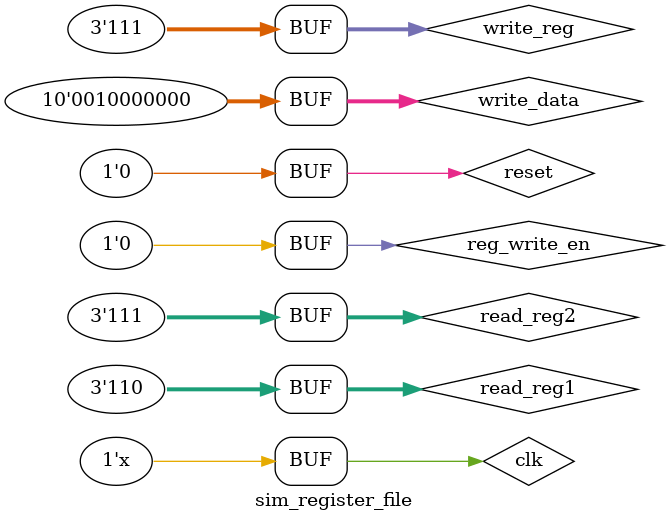
<source format=v>
`timescale 1ns / 1ps

module sim_register_file;

    reg [2:0] read_reg1;
    reg [2:0] read_reg2;
    reg [2:0] write_reg;
    reg [9:0] write_data;
    reg reg_write_en;
    reg clk;
    reg reset;
    wire [9:0] reg1_out;
    wire [9:0] reg2_out;

    register_file uut(read_reg1,read_reg2,write_reg,write_data,reg_write_en,clk,reset,reg1_out,reg2_out);

   initial begin
        clk = 0;
        reset = 1;
        read_reg1 = 3'd0;
        read_reg2 = 3'd0;
        write_reg = 3'd0;
        write_data = 10'd0;
        reg_write_en = 0;
    end
    
    always #5 clk = ~clk;
    
    initial begin
        #10 reset = 0;
        
        #10 begin
            reg_write_en = 1;
            write_reg = 3'd0;
            write_data = 10'd1;
            end
        #10 begin
            reg_write_en = 0;
            write_reg = 3'd1;
            end
        #10 begin
            reg_write_en = 1;
            write_reg = 3'd1;
            write_data = 10'd2;
            end
        #10 begin
            reg_write_en = 0;   
            write_reg = 3'd2;
            end 
        #10 begin
            reg_write_en = 1;
            write_reg = 3'd2;
            write_data = 10'd4;
            end
        #10 begin
            reg_write_en = 0;  
            write_reg = 3'd3;
            end    
        #10 begin
            reg_write_en = 1;
            write_reg = 3'd3;
            write_data = 10'd8;
            end
        #10 begin
            reg_write_en = 0;
            write_reg = 3'd4;
            end 
        #10 begin
            reg_write_en = 1;
            write_reg = 3'd4;
            write_data = 10'd16;
            end
        #10 begin
            reg_write_en = 0; 
            write_reg = 3'd5;
            end     
        #10 begin
            reg_write_en = 1;
            write_reg = 3'd5;
            write_data = 10'd32;
            end
        #10 begin
            reg_write_en = 0;         
            write_reg =  3'd6;
            end
        #10 begin
            reg_write_en = 1;
            write_reg = 3'd6;
            write_data = 10'd64;
            end
        #10 begin
            reg_write_en = 0;  
            write_reg =  3'd7;
            end
        #10 begin
            reg_write_en = 1;
            write_reg = 3'd7;
            write_data = 10'd128;
            end
        #10 reg_write_en = 0;          
        
        #10 read_reg1 = 3'd0;
        #10 read_reg2 = 3'd1;      
        #10 read_reg1 = 3'd2;
        #10 read_reg2 = 3'd3;   
        #10 read_reg1 = 3'd4;
        #10 read_reg2 = 3'd5;      
        #10 read_reg1 = 3'd6;
        #10 read_reg2 = 3'd7;                    
                
   end    

endmodule

</source>
